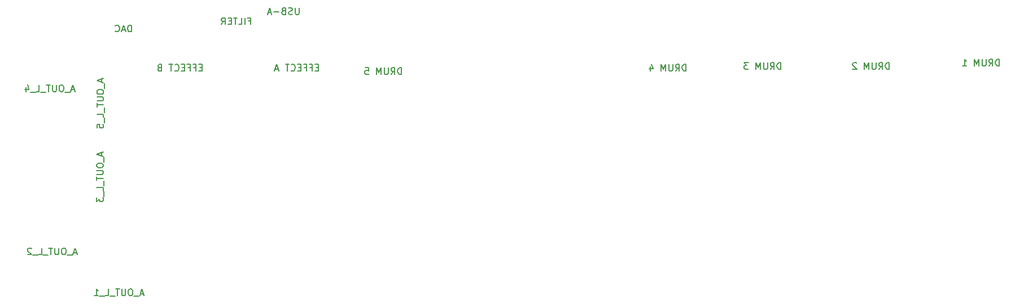
<source format=gbo>
%TF.GenerationSoftware,KiCad,Pcbnew,(6.0.2)*%
%TF.CreationDate,2022-03-04T11:59:17-06:00*%
%TF.ProjectId,rev1,72657631-2e6b-4696-9361-645f70636258,rev?*%
%TF.SameCoordinates,Original*%
%TF.FileFunction,Legend,Bot*%
%TF.FilePolarity,Positive*%
%FSLAX46Y46*%
G04 Gerber Fmt 4.6, Leading zero omitted, Abs format (unit mm)*
G04 Created by KiCad (PCBNEW (6.0.2)) date 2022-03-04 11:59:17*
%MOMM*%
%LPD*%
G01*
G04 APERTURE LIST*
%ADD10C,0.150000*%
G04 APERTURE END LIST*
D10*
X128260476Y-132686666D02*
X127784285Y-132686666D01*
X128355714Y-132972380D02*
X128022380Y-131972380D01*
X127689047Y-132972380D01*
X127593809Y-133067619D02*
X126831904Y-133067619D01*
X126403333Y-131972380D02*
X126212857Y-131972380D01*
X126117619Y-132020000D01*
X126022380Y-132115238D01*
X125974761Y-132305714D01*
X125974761Y-132639047D01*
X126022380Y-132829523D01*
X126117619Y-132924761D01*
X126212857Y-132972380D01*
X126403333Y-132972380D01*
X126498571Y-132924761D01*
X126593809Y-132829523D01*
X126641428Y-132639047D01*
X126641428Y-132305714D01*
X126593809Y-132115238D01*
X126498571Y-132020000D01*
X126403333Y-131972380D01*
X125546190Y-131972380D02*
X125546190Y-132781904D01*
X125498571Y-132877142D01*
X125450952Y-132924761D01*
X125355714Y-132972380D01*
X125165238Y-132972380D01*
X125070000Y-132924761D01*
X125022380Y-132877142D01*
X124974761Y-132781904D01*
X124974761Y-131972380D01*
X124641428Y-131972380D02*
X124070000Y-131972380D01*
X124355714Y-132972380D02*
X124355714Y-131972380D01*
X123974761Y-133067619D02*
X123212857Y-133067619D01*
X122498571Y-132972380D02*
X122974761Y-132972380D01*
X122974761Y-131972380D01*
X122403333Y-133067619D02*
X121641428Y-133067619D01*
X121450952Y-132067619D02*
X121403333Y-132020000D01*
X121308095Y-131972380D01*
X121069999Y-131972380D01*
X120974761Y-132020000D01*
X120927142Y-132067619D01*
X120879523Y-132162857D01*
X120879523Y-132258095D01*
X120927142Y-132400952D01*
X121498571Y-132972380D01*
X120879523Y-132972380D01*
X266620285Y-104592380D02*
X266620285Y-103592380D01*
X266382190Y-103592380D01*
X266239333Y-103640000D01*
X266144095Y-103735238D01*
X266096476Y-103830476D01*
X266048857Y-104020952D01*
X266048857Y-104163809D01*
X266096476Y-104354285D01*
X266144095Y-104449523D01*
X266239333Y-104544761D01*
X266382190Y-104592380D01*
X266620285Y-104592380D01*
X265048857Y-104592380D02*
X265382190Y-104116190D01*
X265620285Y-104592380D02*
X265620285Y-103592380D01*
X265239333Y-103592380D01*
X265144095Y-103640000D01*
X265096476Y-103687619D01*
X265048857Y-103782857D01*
X265048857Y-103925714D01*
X265096476Y-104020952D01*
X265144095Y-104068571D01*
X265239333Y-104116190D01*
X265620285Y-104116190D01*
X264620285Y-103592380D02*
X264620285Y-104401904D01*
X264572666Y-104497142D01*
X264525047Y-104544761D01*
X264429809Y-104592380D01*
X264239333Y-104592380D01*
X264144095Y-104544761D01*
X264096476Y-104497142D01*
X264048857Y-104401904D01*
X264048857Y-103592380D01*
X263572666Y-104592380D02*
X263572666Y-103592380D01*
X263239333Y-104306666D01*
X262906000Y-103592380D01*
X262906000Y-104592380D01*
X261144095Y-104592380D02*
X261715523Y-104592380D01*
X261429809Y-104592380D02*
X261429809Y-103592380D01*
X261525047Y-103735238D01*
X261620285Y-103830476D01*
X261715523Y-103878095D01*
X233854285Y-105100380D02*
X233854285Y-104100380D01*
X233616190Y-104100380D01*
X233473333Y-104148000D01*
X233378095Y-104243238D01*
X233330476Y-104338476D01*
X233282857Y-104528952D01*
X233282857Y-104671809D01*
X233330476Y-104862285D01*
X233378095Y-104957523D01*
X233473333Y-105052761D01*
X233616190Y-105100380D01*
X233854285Y-105100380D01*
X232282857Y-105100380D02*
X232616190Y-104624190D01*
X232854285Y-105100380D02*
X232854285Y-104100380D01*
X232473333Y-104100380D01*
X232378095Y-104148000D01*
X232330476Y-104195619D01*
X232282857Y-104290857D01*
X232282857Y-104433714D01*
X232330476Y-104528952D01*
X232378095Y-104576571D01*
X232473333Y-104624190D01*
X232854285Y-104624190D01*
X231854285Y-104100380D02*
X231854285Y-104909904D01*
X231806666Y-105005142D01*
X231759047Y-105052761D01*
X231663809Y-105100380D01*
X231473333Y-105100380D01*
X231378095Y-105052761D01*
X231330476Y-105005142D01*
X231282857Y-104909904D01*
X231282857Y-104100380D01*
X230806666Y-105100380D02*
X230806666Y-104100380D01*
X230473333Y-104814666D01*
X230140000Y-104100380D01*
X230140000Y-105100380D01*
X228997142Y-104100380D02*
X228378095Y-104100380D01*
X228711428Y-104481333D01*
X228568571Y-104481333D01*
X228473333Y-104528952D01*
X228425714Y-104576571D01*
X228378095Y-104671809D01*
X228378095Y-104909904D01*
X228425714Y-105005142D01*
X228473333Y-105052761D01*
X228568571Y-105100380D01*
X228854285Y-105100380D01*
X228949523Y-105052761D01*
X228997142Y-105005142D01*
X219630285Y-105354380D02*
X219630285Y-104354380D01*
X219392190Y-104354380D01*
X219249333Y-104402000D01*
X219154095Y-104497238D01*
X219106476Y-104592476D01*
X219058857Y-104782952D01*
X219058857Y-104925809D01*
X219106476Y-105116285D01*
X219154095Y-105211523D01*
X219249333Y-105306761D01*
X219392190Y-105354380D01*
X219630285Y-105354380D01*
X218058857Y-105354380D02*
X218392190Y-104878190D01*
X218630285Y-105354380D02*
X218630285Y-104354380D01*
X218249333Y-104354380D01*
X218154095Y-104402000D01*
X218106476Y-104449619D01*
X218058857Y-104544857D01*
X218058857Y-104687714D01*
X218106476Y-104782952D01*
X218154095Y-104830571D01*
X218249333Y-104878190D01*
X218630285Y-104878190D01*
X217630285Y-104354380D02*
X217630285Y-105163904D01*
X217582666Y-105259142D01*
X217535047Y-105306761D01*
X217439809Y-105354380D01*
X217249333Y-105354380D01*
X217154095Y-105306761D01*
X217106476Y-105259142D01*
X217058857Y-105163904D01*
X217058857Y-104354380D01*
X216582666Y-105354380D02*
X216582666Y-104354380D01*
X216249333Y-105068666D01*
X215916000Y-104354380D01*
X215916000Y-105354380D01*
X214249333Y-104687714D02*
X214249333Y-105354380D01*
X214487428Y-104306761D02*
X214725523Y-105021047D01*
X214106476Y-105021047D01*
X250110285Y-105100380D02*
X250110285Y-104100380D01*
X249872190Y-104100380D01*
X249729333Y-104148000D01*
X249634095Y-104243238D01*
X249586476Y-104338476D01*
X249538857Y-104528952D01*
X249538857Y-104671809D01*
X249586476Y-104862285D01*
X249634095Y-104957523D01*
X249729333Y-105052761D01*
X249872190Y-105100380D01*
X250110285Y-105100380D01*
X248538857Y-105100380D02*
X248872190Y-104624190D01*
X249110285Y-105100380D02*
X249110285Y-104100380D01*
X248729333Y-104100380D01*
X248634095Y-104148000D01*
X248586476Y-104195619D01*
X248538857Y-104290857D01*
X248538857Y-104433714D01*
X248586476Y-104528952D01*
X248634095Y-104576571D01*
X248729333Y-104624190D01*
X249110285Y-104624190D01*
X248110285Y-104100380D02*
X248110285Y-104909904D01*
X248062666Y-105005142D01*
X248015047Y-105052761D01*
X247919809Y-105100380D01*
X247729333Y-105100380D01*
X247634095Y-105052761D01*
X247586476Y-105005142D01*
X247538857Y-104909904D01*
X247538857Y-104100380D01*
X247062666Y-105100380D02*
X247062666Y-104100380D01*
X246729333Y-104814666D01*
X246396000Y-104100380D01*
X246396000Y-105100380D01*
X245205523Y-104195619D02*
X245157904Y-104148000D01*
X245062666Y-104100380D01*
X244824571Y-104100380D01*
X244729333Y-104148000D01*
X244681714Y-104195619D01*
X244634095Y-104290857D01*
X244634095Y-104386095D01*
X244681714Y-104528952D01*
X245253142Y-105100380D01*
X244634095Y-105100380D01*
X164504285Y-104830571D02*
X164170952Y-104830571D01*
X164028095Y-105354380D02*
X164504285Y-105354380D01*
X164504285Y-104354380D01*
X164028095Y-104354380D01*
X163266190Y-104830571D02*
X163599523Y-104830571D01*
X163599523Y-105354380D02*
X163599523Y-104354380D01*
X163123333Y-104354380D01*
X162409047Y-104830571D02*
X162742380Y-104830571D01*
X162742380Y-105354380D02*
X162742380Y-104354380D01*
X162266190Y-104354380D01*
X161885238Y-104830571D02*
X161551904Y-104830571D01*
X161409047Y-105354380D02*
X161885238Y-105354380D01*
X161885238Y-104354380D01*
X161409047Y-104354380D01*
X160409047Y-105259142D02*
X160456666Y-105306761D01*
X160599523Y-105354380D01*
X160694761Y-105354380D01*
X160837619Y-105306761D01*
X160932857Y-105211523D01*
X160980476Y-105116285D01*
X161028095Y-104925809D01*
X161028095Y-104782952D01*
X160980476Y-104592476D01*
X160932857Y-104497238D01*
X160837619Y-104402000D01*
X160694761Y-104354380D01*
X160599523Y-104354380D01*
X160456666Y-104402000D01*
X160409047Y-104449619D01*
X160123333Y-104354380D02*
X159551904Y-104354380D01*
X159837619Y-105354380D02*
X159837619Y-104354380D01*
X158504285Y-105068666D02*
X158028095Y-105068666D01*
X158599523Y-105354380D02*
X158266190Y-104354380D01*
X157932857Y-105354380D01*
X127910476Y-108156666D02*
X127434285Y-108156666D01*
X128005714Y-108442380D02*
X127672380Y-107442380D01*
X127339047Y-108442380D01*
X127243809Y-108537619D02*
X126481904Y-108537619D01*
X126053333Y-107442380D02*
X125862857Y-107442380D01*
X125767619Y-107490000D01*
X125672380Y-107585238D01*
X125624761Y-107775714D01*
X125624761Y-108109047D01*
X125672380Y-108299523D01*
X125767619Y-108394761D01*
X125862857Y-108442380D01*
X126053333Y-108442380D01*
X126148571Y-108394761D01*
X126243809Y-108299523D01*
X126291428Y-108109047D01*
X126291428Y-107775714D01*
X126243809Y-107585238D01*
X126148571Y-107490000D01*
X126053333Y-107442380D01*
X125196190Y-107442380D02*
X125196190Y-108251904D01*
X125148571Y-108347142D01*
X125100952Y-108394761D01*
X125005714Y-108442380D01*
X124815238Y-108442380D01*
X124720000Y-108394761D01*
X124672380Y-108347142D01*
X124624761Y-108251904D01*
X124624761Y-107442380D01*
X124291428Y-107442380D02*
X123720000Y-107442380D01*
X124005714Y-108442380D02*
X124005714Y-107442380D01*
X123624761Y-108537619D02*
X122862857Y-108537619D01*
X122148571Y-108442380D02*
X122624761Y-108442380D01*
X122624761Y-107442380D01*
X122053333Y-108537619D02*
X121291428Y-108537619D01*
X120624761Y-107775714D02*
X120624761Y-108442380D01*
X120862857Y-107394761D02*
X121100952Y-108109047D01*
X120481904Y-108109047D01*
X131956666Y-117599523D02*
X131956666Y-118075714D01*
X132242380Y-117504285D02*
X131242380Y-117837619D01*
X132242380Y-118170952D01*
X132337619Y-118266190D02*
X132337619Y-119028095D01*
X131242380Y-119456666D02*
X131242380Y-119647142D01*
X131290000Y-119742380D01*
X131385238Y-119837619D01*
X131575714Y-119885238D01*
X131909047Y-119885238D01*
X132099523Y-119837619D01*
X132194761Y-119742380D01*
X132242380Y-119647142D01*
X132242380Y-119456666D01*
X132194761Y-119361428D01*
X132099523Y-119266190D01*
X131909047Y-119218571D01*
X131575714Y-119218571D01*
X131385238Y-119266190D01*
X131290000Y-119361428D01*
X131242380Y-119456666D01*
X131242380Y-120313809D02*
X132051904Y-120313809D01*
X132147142Y-120361428D01*
X132194761Y-120409047D01*
X132242380Y-120504285D01*
X132242380Y-120694761D01*
X132194761Y-120790000D01*
X132147142Y-120837619D01*
X132051904Y-120885238D01*
X131242380Y-120885238D01*
X131242380Y-121218571D02*
X131242380Y-121790000D01*
X132242380Y-121504285D02*
X131242380Y-121504285D01*
X132337619Y-121885238D02*
X132337619Y-122647142D01*
X132242380Y-123361428D02*
X132242380Y-122885238D01*
X131242380Y-122885238D01*
X132337619Y-123456666D02*
X132337619Y-124218571D01*
X131242380Y-124361428D02*
X131242380Y-124980476D01*
X131623333Y-124647142D01*
X131623333Y-124790000D01*
X131670952Y-124885238D01*
X131718571Y-124932857D01*
X131813809Y-124980476D01*
X132051904Y-124980476D01*
X132147142Y-124932857D01*
X132194761Y-124885238D01*
X132242380Y-124790000D01*
X132242380Y-124504285D01*
X132194761Y-124409047D01*
X132147142Y-124361428D01*
X147049714Y-104830571D02*
X146716380Y-104830571D01*
X146573523Y-105354380D02*
X147049714Y-105354380D01*
X147049714Y-104354380D01*
X146573523Y-104354380D01*
X145811619Y-104830571D02*
X146144952Y-104830571D01*
X146144952Y-105354380D02*
X146144952Y-104354380D01*
X145668761Y-104354380D01*
X144954476Y-104830571D02*
X145287809Y-104830571D01*
X145287809Y-105354380D02*
X145287809Y-104354380D01*
X144811619Y-104354380D01*
X144430666Y-104830571D02*
X144097333Y-104830571D01*
X143954476Y-105354380D02*
X144430666Y-105354380D01*
X144430666Y-104354380D01*
X143954476Y-104354380D01*
X142954476Y-105259142D02*
X143002095Y-105306761D01*
X143144952Y-105354380D01*
X143240190Y-105354380D01*
X143383047Y-105306761D01*
X143478285Y-105211523D01*
X143525904Y-105116285D01*
X143573523Y-104925809D01*
X143573523Y-104782952D01*
X143525904Y-104592476D01*
X143478285Y-104497238D01*
X143383047Y-104402000D01*
X143240190Y-104354380D01*
X143144952Y-104354380D01*
X143002095Y-104402000D01*
X142954476Y-104449619D01*
X142668761Y-104354380D02*
X142097333Y-104354380D01*
X142383047Y-105354380D02*
X142383047Y-104354380D01*
X140668761Y-104830571D02*
X140525904Y-104878190D01*
X140478285Y-104925809D01*
X140430666Y-105021047D01*
X140430666Y-105163904D01*
X140478285Y-105259142D01*
X140525904Y-105306761D01*
X140621142Y-105354380D01*
X141002095Y-105354380D01*
X141002095Y-104354380D01*
X140668761Y-104354380D01*
X140573523Y-104402000D01*
X140525904Y-104449619D01*
X140478285Y-104544857D01*
X140478285Y-104640095D01*
X140525904Y-104735333D01*
X140573523Y-104782952D01*
X140668761Y-104830571D01*
X141002095Y-104830571D01*
X138280476Y-138846666D02*
X137804285Y-138846666D01*
X138375714Y-139132380D02*
X138042380Y-138132380D01*
X137709047Y-139132380D01*
X137613809Y-139227619D02*
X136851904Y-139227619D01*
X136423333Y-138132380D02*
X136232857Y-138132380D01*
X136137619Y-138180000D01*
X136042380Y-138275238D01*
X135994761Y-138465714D01*
X135994761Y-138799047D01*
X136042380Y-138989523D01*
X136137619Y-139084761D01*
X136232857Y-139132380D01*
X136423333Y-139132380D01*
X136518571Y-139084761D01*
X136613809Y-138989523D01*
X136661428Y-138799047D01*
X136661428Y-138465714D01*
X136613809Y-138275238D01*
X136518571Y-138180000D01*
X136423333Y-138132380D01*
X135566190Y-138132380D02*
X135566190Y-138941904D01*
X135518571Y-139037142D01*
X135470952Y-139084761D01*
X135375714Y-139132380D01*
X135185238Y-139132380D01*
X135090000Y-139084761D01*
X135042380Y-139037142D01*
X134994761Y-138941904D01*
X134994761Y-138132380D01*
X134661428Y-138132380D02*
X134090000Y-138132380D01*
X134375714Y-139132380D02*
X134375714Y-138132380D01*
X133994761Y-139227619D02*
X133232857Y-139227619D01*
X132518571Y-139132380D02*
X132994761Y-139132380D01*
X132994761Y-138132380D01*
X132423333Y-139227619D02*
X131661428Y-139227619D01*
X130899523Y-139132380D02*
X131470952Y-139132380D01*
X131185238Y-139132380D02*
X131185238Y-138132380D01*
X131280476Y-138275238D01*
X131375714Y-138370476D01*
X131470952Y-138418095D01*
X161609523Y-95842380D02*
X161609523Y-96651904D01*
X161561904Y-96747142D01*
X161514285Y-96794761D01*
X161419047Y-96842380D01*
X161228571Y-96842380D01*
X161133333Y-96794761D01*
X161085714Y-96747142D01*
X161038095Y-96651904D01*
X161038095Y-95842380D01*
X160609523Y-96794761D02*
X160466666Y-96842380D01*
X160228571Y-96842380D01*
X160133333Y-96794761D01*
X160085714Y-96747142D01*
X160038095Y-96651904D01*
X160038095Y-96556666D01*
X160085714Y-96461428D01*
X160133333Y-96413809D01*
X160228571Y-96366190D01*
X160419047Y-96318571D01*
X160514285Y-96270952D01*
X160561904Y-96223333D01*
X160609523Y-96128095D01*
X160609523Y-96032857D01*
X160561904Y-95937619D01*
X160514285Y-95890000D01*
X160419047Y-95842380D01*
X160180952Y-95842380D01*
X160038095Y-95890000D01*
X159276190Y-96318571D02*
X159133333Y-96366190D01*
X159085714Y-96413809D01*
X159038095Y-96509047D01*
X159038095Y-96651904D01*
X159085714Y-96747142D01*
X159133333Y-96794761D01*
X159228571Y-96842380D01*
X159609523Y-96842380D01*
X159609523Y-95842380D01*
X159276190Y-95842380D01*
X159180952Y-95890000D01*
X159133333Y-95937619D01*
X159085714Y-96032857D01*
X159085714Y-96128095D01*
X159133333Y-96223333D01*
X159180952Y-96270952D01*
X159276190Y-96318571D01*
X159609523Y-96318571D01*
X158609523Y-96461428D02*
X157847619Y-96461428D01*
X157419047Y-96556666D02*
X156942857Y-96556666D01*
X157514285Y-96842380D02*
X157180952Y-95842380D01*
X156847619Y-96842380D01*
X131992666Y-106545523D02*
X131992666Y-107021714D01*
X132278380Y-106450285D02*
X131278380Y-106783619D01*
X132278380Y-107116952D01*
X132373619Y-107212190D02*
X132373619Y-107974095D01*
X131278380Y-108402666D02*
X131278380Y-108593142D01*
X131326000Y-108688380D01*
X131421238Y-108783619D01*
X131611714Y-108831238D01*
X131945047Y-108831238D01*
X132135523Y-108783619D01*
X132230761Y-108688380D01*
X132278380Y-108593142D01*
X132278380Y-108402666D01*
X132230761Y-108307428D01*
X132135523Y-108212190D01*
X131945047Y-108164571D01*
X131611714Y-108164571D01*
X131421238Y-108212190D01*
X131326000Y-108307428D01*
X131278380Y-108402666D01*
X131278380Y-109259809D02*
X132087904Y-109259809D01*
X132183142Y-109307428D01*
X132230761Y-109355047D01*
X132278380Y-109450285D01*
X132278380Y-109640761D01*
X132230761Y-109736000D01*
X132183142Y-109783619D01*
X132087904Y-109831238D01*
X131278380Y-109831238D01*
X131278380Y-110164571D02*
X131278380Y-110736000D01*
X132278380Y-110450285D02*
X131278380Y-110450285D01*
X132373619Y-110831238D02*
X132373619Y-111593142D01*
X132278380Y-112307428D02*
X132278380Y-111831238D01*
X131278380Y-111831238D01*
X132373619Y-112402666D02*
X132373619Y-113164571D01*
X131278380Y-113878857D02*
X131278380Y-113402666D01*
X131754571Y-113355047D01*
X131706952Y-113402666D01*
X131659333Y-113497904D01*
X131659333Y-113736000D01*
X131706952Y-113831238D01*
X131754571Y-113878857D01*
X131849809Y-113926476D01*
X132087904Y-113926476D01*
X132183142Y-113878857D01*
X132230761Y-113831238D01*
X132278380Y-113736000D01*
X132278380Y-113497904D01*
X132230761Y-113402666D01*
X132183142Y-113355047D01*
X176958285Y-105862380D02*
X176958285Y-104862380D01*
X176720190Y-104862380D01*
X176577333Y-104910000D01*
X176482095Y-105005238D01*
X176434476Y-105100476D01*
X176386857Y-105290952D01*
X176386857Y-105433809D01*
X176434476Y-105624285D01*
X176482095Y-105719523D01*
X176577333Y-105814761D01*
X176720190Y-105862380D01*
X176958285Y-105862380D01*
X175386857Y-105862380D02*
X175720190Y-105386190D01*
X175958285Y-105862380D02*
X175958285Y-104862380D01*
X175577333Y-104862380D01*
X175482095Y-104910000D01*
X175434476Y-104957619D01*
X175386857Y-105052857D01*
X175386857Y-105195714D01*
X175434476Y-105290952D01*
X175482095Y-105338571D01*
X175577333Y-105386190D01*
X175958285Y-105386190D01*
X174958285Y-104862380D02*
X174958285Y-105671904D01*
X174910666Y-105767142D01*
X174863047Y-105814761D01*
X174767809Y-105862380D01*
X174577333Y-105862380D01*
X174482095Y-105814761D01*
X174434476Y-105767142D01*
X174386857Y-105671904D01*
X174386857Y-104862380D01*
X173910666Y-105862380D02*
X173910666Y-104862380D01*
X173577333Y-105576666D01*
X173244000Y-104862380D01*
X173244000Y-105862380D01*
X171529714Y-104862380D02*
X172005904Y-104862380D01*
X172053523Y-105338571D01*
X172005904Y-105290952D01*
X171910666Y-105243333D01*
X171672571Y-105243333D01*
X171577333Y-105290952D01*
X171529714Y-105338571D01*
X171482095Y-105433809D01*
X171482095Y-105671904D01*
X171529714Y-105767142D01*
X171577333Y-105814761D01*
X171672571Y-105862380D01*
X171910666Y-105862380D01*
X172005904Y-105814761D01*
X172053523Y-105767142D01*
X136470476Y-99452380D02*
X136470476Y-98452380D01*
X136232380Y-98452380D01*
X136089523Y-98500000D01*
X135994285Y-98595238D01*
X135946666Y-98690476D01*
X135899047Y-98880952D01*
X135899047Y-99023809D01*
X135946666Y-99214285D01*
X135994285Y-99309523D01*
X136089523Y-99404761D01*
X136232380Y-99452380D01*
X136470476Y-99452380D01*
X135518095Y-99166666D02*
X135041904Y-99166666D01*
X135613333Y-99452380D02*
X135280000Y-98452380D01*
X134946666Y-99452380D01*
X134041904Y-99357142D02*
X134089523Y-99404761D01*
X134232380Y-99452380D01*
X134327619Y-99452380D01*
X134470476Y-99404761D01*
X134565714Y-99309523D01*
X134613333Y-99214285D01*
X134660952Y-99023809D01*
X134660952Y-98880952D01*
X134613333Y-98690476D01*
X134565714Y-98595238D01*
X134470476Y-98500000D01*
X134327619Y-98452380D01*
X134232380Y-98452380D01*
X134089523Y-98500000D01*
X134041904Y-98547619D01*
X154003333Y-97828571D02*
X154336666Y-97828571D01*
X154336666Y-98352380D02*
X154336666Y-97352380D01*
X153860476Y-97352380D01*
X153479523Y-98352380D02*
X153479523Y-97352380D01*
X152527142Y-98352380D02*
X153003333Y-98352380D01*
X153003333Y-97352380D01*
X152336666Y-97352380D02*
X151765238Y-97352380D01*
X152050952Y-98352380D02*
X152050952Y-97352380D01*
X151431904Y-97828571D02*
X151098571Y-97828571D01*
X150955714Y-98352380D02*
X151431904Y-98352380D01*
X151431904Y-97352380D01*
X150955714Y-97352380D01*
X149955714Y-98352380D02*
X150289047Y-97876190D01*
X150527142Y-98352380D02*
X150527142Y-97352380D01*
X150146190Y-97352380D01*
X150050952Y-97400000D01*
X150003333Y-97447619D01*
X149955714Y-97542857D01*
X149955714Y-97685714D01*
X150003333Y-97780952D01*
X150050952Y-97828571D01*
X150146190Y-97876190D01*
X150527142Y-97876190D01*
M02*

</source>
